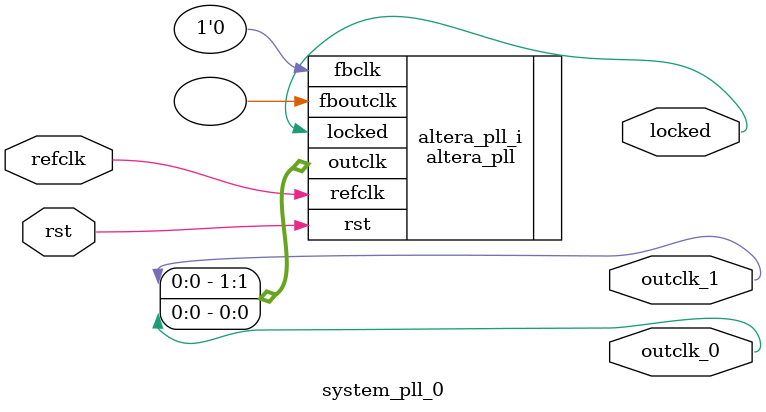
<source format=v>
`timescale 1ns/10ps
module  system_pll_0(

	// interface 'refclk'
	input wire refclk,

	// interface 'reset'
	input wire rst,

	// interface 'outclk0'
	output wire outclk_0,

	// interface 'outclk1'
	output wire outclk_1,

	// interface 'locked'
	output wire locked
);

	altera_pll #(
		.fractional_vco_multiplier("false"),
		.reference_clock_frequency("50.0 MHz"),
		.operation_mode("direct"),
		.number_of_clocks(2),
		.output_clock_frequency0("108.000000 MHz"),
		.phase_shift0("0 ps"),
		.duty_cycle0(50),
		.output_clock_frequency1("108.000000 MHz"),
		.phase_shift1("6944 ps"),
		.duty_cycle1(50),
		.output_clock_frequency2("0 MHz"),
		.phase_shift2("0 ps"),
		.duty_cycle2(50),
		.output_clock_frequency3("0 MHz"),
		.phase_shift3("0 ps"),
		.duty_cycle3(50),
		.output_clock_frequency4("0 MHz"),
		.phase_shift4("0 ps"),
		.duty_cycle4(50),
		.output_clock_frequency5("0 MHz"),
		.phase_shift5("0 ps"),
		.duty_cycle5(50),
		.output_clock_frequency6("0 MHz"),
		.phase_shift6("0 ps"),
		.duty_cycle6(50),
		.output_clock_frequency7("0 MHz"),
		.phase_shift7("0 ps"),
		.duty_cycle7(50),
		.output_clock_frequency8("0 MHz"),
		.phase_shift8("0 ps"),
		.duty_cycle8(50),
		.output_clock_frequency9("0 MHz"),
		.phase_shift9("0 ps"),
		.duty_cycle9(50),
		.output_clock_frequency10("0 MHz"),
		.phase_shift10("0 ps"),
		.duty_cycle10(50),
		.output_clock_frequency11("0 MHz"),
		.phase_shift11("0 ps"),
		.duty_cycle11(50),
		.output_clock_frequency12("0 MHz"),
		.phase_shift12("0 ps"),
		.duty_cycle12(50),
		.output_clock_frequency13("0 MHz"),
		.phase_shift13("0 ps"),
		.duty_cycle13(50),
		.output_clock_frequency14("0 MHz"),
		.phase_shift14("0 ps"),
		.duty_cycle14(50),
		.output_clock_frequency15("0 MHz"),
		.phase_shift15("0 ps"),
		.duty_cycle15(50),
		.output_clock_frequency16("0 MHz"),
		.phase_shift16("0 ps"),
		.duty_cycle16(50),
		.output_clock_frequency17("0 MHz"),
		.phase_shift17("0 ps"),
		.duty_cycle17(50),
		.pll_type("General"),
		.pll_subtype("General")
	) altera_pll_i (
		.rst	(rst),
		.outclk	({outclk_1, outclk_0}),
		.locked	(locked),
		.fboutclk	( ),
		.fbclk	(1'b0),
		.refclk	(refclk)
	);
endmodule


</source>
